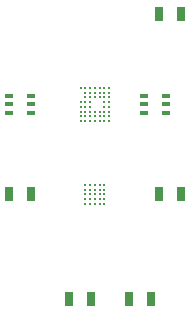
<source format=gbr>
G04 EAGLE Gerber RS-274X export*
G75*
%MOMM*%
%FSLAX34Y34*%
%LPD*%
%INSolderpaste Top*%
%IPPOS*%
%AMOC8*
5,1,8,0,0,1.08239X$1,22.5*%
G01*
%ADD10R,0.700000X0.350000*%
%ADD11R,0.800000X1.200000*%
%ADD12C,0.230000*%
%ADD13C,0.200000*%


D10*
X530200Y437000D03*
X530200Y444500D03*
X530200Y452000D03*
X511200Y452000D03*
X511200Y444500D03*
X511200Y437000D03*
X415900Y437000D03*
X415900Y444500D03*
X415900Y452000D03*
X396900Y452000D03*
X396900Y444500D03*
X396900Y437000D03*
D11*
X397400Y368300D03*
X415400Y368300D03*
X448200Y279400D03*
X466200Y279400D03*
X517000Y279400D03*
X499000Y279400D03*
X524400Y368300D03*
X542400Y368300D03*
X542400Y520700D03*
X524400Y520700D03*
D12*
X477900Y360300D03*
X473900Y360300D03*
X469900Y360300D03*
X465900Y360300D03*
X461900Y360300D03*
X477900Y364300D03*
X473900Y364300D03*
X469900Y364300D03*
X465900Y364300D03*
X461900Y364300D03*
X477900Y368300D03*
X473900Y368300D03*
X469900Y368300D03*
X465900Y368300D03*
X461900Y368300D03*
X477900Y372300D03*
X473900Y372300D03*
X469900Y372300D03*
X465900Y372300D03*
X461900Y372300D03*
X477900Y376300D03*
X473900Y376300D03*
X469900Y376300D03*
X465900Y376300D03*
X461900Y376300D03*
D13*
X457900Y458500D03*
X457900Y446500D03*
X457900Y442500D03*
X457900Y438500D03*
X457900Y434500D03*
X457900Y430500D03*
X461900Y458500D03*
X461900Y454500D03*
X461900Y450500D03*
X461900Y446500D03*
X461900Y442500D03*
X461900Y438500D03*
X461900Y434500D03*
X461900Y430500D03*
X465900Y458500D03*
X465900Y454500D03*
X465900Y450500D03*
X465900Y446500D03*
X465900Y442500D03*
X465900Y438500D03*
X465900Y434500D03*
X465900Y430500D03*
X469900Y458500D03*
X469900Y454500D03*
X469900Y450500D03*
X469900Y438500D03*
X469900Y434500D03*
X469900Y430500D03*
X473900Y458500D03*
X473900Y454500D03*
X473900Y450500D03*
X473900Y438500D03*
X473900Y434500D03*
X473900Y430500D03*
X477900Y458500D03*
X477900Y454500D03*
X477900Y450500D03*
X477900Y446500D03*
X477900Y442500D03*
X477900Y438500D03*
X477900Y434500D03*
X477900Y430500D03*
X481900Y458500D03*
X481900Y454500D03*
X481900Y450500D03*
X481900Y446500D03*
X481900Y442500D03*
X481900Y438500D03*
X481900Y434500D03*
X481900Y430500D03*
M02*

</source>
